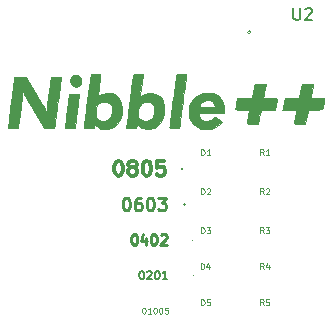
<source format=gto>
G04 #@! TF.GenerationSoftware,KiCad,Pcbnew,5.0.1*
G04 #@! TF.CreationDate,2019-01-07T18:58:54+01:00*
G04 #@! TF.ProjectId,nibble++,6E6962626C652B2B2E6B696361645F70,rev?*
G04 #@! TF.SameCoordinates,Original*
G04 #@! TF.FileFunction,Legend,Top*
G04 #@! TF.FilePolarity,Positive*
%FSLAX46Y46*%
G04 Gerber Fmt 4.6, Leading zero omitted, Abs format (unit mm)*
G04 Created by KiCad (PCBNEW 5.0.1) date Mo 07 Jan 2019 18:58:54 CET*
%MOMM*%
%LPD*%
G01*
G04 APERTURE LIST*
%ADD10C,0.125000*%
%ADD11C,0.171875*%
%ADD12C,0.212500*%
%ADD13C,0.256250*%
%ADD14C,0.300000*%
%ADD15C,0.100000*%
%ADD16C,0.010000*%
%ADD17C,0.150000*%
G04 APERTURE END LIST*
D10*
X94752083Y-114726190D02*
X94799702Y-114726190D01*
X94847321Y-114750000D01*
X94871130Y-114773809D01*
X94894940Y-114821428D01*
X94918750Y-114916666D01*
X94918750Y-115035714D01*
X94894940Y-115130952D01*
X94871130Y-115178571D01*
X94847321Y-115202380D01*
X94799702Y-115226190D01*
X94752083Y-115226190D01*
X94704464Y-115202380D01*
X94680654Y-115178571D01*
X94656845Y-115130952D01*
X94633035Y-115035714D01*
X94633035Y-114916666D01*
X94656845Y-114821428D01*
X94680654Y-114773809D01*
X94704464Y-114750000D01*
X94752083Y-114726190D01*
X95394940Y-115226190D02*
X95109226Y-115226190D01*
X95252083Y-115226190D02*
X95252083Y-114726190D01*
X95204464Y-114797619D01*
X95156845Y-114845238D01*
X95109226Y-114869047D01*
X95704464Y-114726190D02*
X95752083Y-114726190D01*
X95799702Y-114750000D01*
X95823511Y-114773809D01*
X95847321Y-114821428D01*
X95871130Y-114916666D01*
X95871130Y-115035714D01*
X95847321Y-115130952D01*
X95823511Y-115178571D01*
X95799702Y-115202380D01*
X95752083Y-115226190D01*
X95704464Y-115226190D01*
X95656845Y-115202380D01*
X95633035Y-115178571D01*
X95609226Y-115130952D01*
X95585416Y-115035714D01*
X95585416Y-114916666D01*
X95609226Y-114821428D01*
X95633035Y-114773809D01*
X95656845Y-114750000D01*
X95704464Y-114726190D01*
X96180654Y-114726190D02*
X96228273Y-114726190D01*
X96275892Y-114750000D01*
X96299702Y-114773809D01*
X96323511Y-114821428D01*
X96347321Y-114916666D01*
X96347321Y-115035714D01*
X96323511Y-115130952D01*
X96299702Y-115178571D01*
X96275892Y-115202380D01*
X96228273Y-115226190D01*
X96180654Y-115226190D01*
X96133035Y-115202380D01*
X96109226Y-115178571D01*
X96085416Y-115130952D01*
X96061607Y-115035714D01*
X96061607Y-114916666D01*
X96085416Y-114821428D01*
X96109226Y-114773809D01*
X96133035Y-114750000D01*
X96180654Y-114726190D01*
X96799702Y-114726190D02*
X96561607Y-114726190D01*
X96537797Y-114964285D01*
X96561607Y-114940476D01*
X96609226Y-114916666D01*
X96728273Y-114916666D01*
X96775892Y-114940476D01*
X96799702Y-114964285D01*
X96823511Y-115011904D01*
X96823511Y-115130952D01*
X96799702Y-115178571D01*
X96775892Y-115202380D01*
X96728273Y-115226190D01*
X96609226Y-115226190D01*
X96561607Y-115202380D01*
X96537797Y-115178571D01*
D11*
X94563876Y-111623511D02*
X94629352Y-111623511D01*
X94694828Y-111656250D01*
X94727566Y-111688988D01*
X94760305Y-111754464D01*
X94793043Y-111885416D01*
X94793043Y-112049107D01*
X94760305Y-112180059D01*
X94727566Y-112245535D01*
X94694828Y-112278273D01*
X94629352Y-112311011D01*
X94563876Y-112311011D01*
X94498400Y-112278273D01*
X94465662Y-112245535D01*
X94432924Y-112180059D01*
X94400186Y-112049107D01*
X94400186Y-111885416D01*
X94432924Y-111754464D01*
X94465662Y-111688988D01*
X94498400Y-111656250D01*
X94563876Y-111623511D01*
X95054947Y-111688988D02*
X95087686Y-111656250D01*
X95153162Y-111623511D01*
X95316852Y-111623511D01*
X95382328Y-111656250D01*
X95415066Y-111688988D01*
X95447805Y-111754464D01*
X95447805Y-111819940D01*
X95415066Y-111918154D01*
X95022209Y-112311011D01*
X95447805Y-112311011D01*
X95873400Y-111623511D02*
X95938876Y-111623511D01*
X96004352Y-111656250D01*
X96037090Y-111688988D01*
X96069828Y-111754464D01*
X96102566Y-111885416D01*
X96102566Y-112049107D01*
X96069828Y-112180059D01*
X96037090Y-112245535D01*
X96004352Y-112278273D01*
X95938876Y-112311011D01*
X95873400Y-112311011D01*
X95807924Y-112278273D01*
X95775186Y-112245535D01*
X95742447Y-112180059D01*
X95709709Y-112049107D01*
X95709709Y-111885416D01*
X95742447Y-111754464D01*
X95775186Y-111688988D01*
X95807924Y-111656250D01*
X95873400Y-111623511D01*
X96757328Y-112311011D02*
X96364471Y-112311011D01*
X96560900Y-112311011D02*
X96560900Y-111623511D01*
X96495424Y-111721726D01*
X96429947Y-111787202D01*
X96364471Y-111819940D01*
D12*
X93903541Y-108520833D02*
X93986875Y-108520833D01*
X94070208Y-108562500D01*
X94111875Y-108604166D01*
X94153541Y-108687500D01*
X94195208Y-108854166D01*
X94195208Y-109062500D01*
X94153541Y-109229166D01*
X94111875Y-109312500D01*
X94070208Y-109354166D01*
X93986875Y-109395833D01*
X93903541Y-109395833D01*
X93820208Y-109354166D01*
X93778541Y-109312500D01*
X93736875Y-109229166D01*
X93695208Y-109062500D01*
X93695208Y-108854166D01*
X93736875Y-108687500D01*
X93778541Y-108604166D01*
X93820208Y-108562500D01*
X93903541Y-108520833D01*
X94945208Y-108812500D02*
X94945208Y-109395833D01*
X94736875Y-108479166D02*
X94528541Y-109104166D01*
X95070208Y-109104166D01*
X95570208Y-108520833D02*
X95653541Y-108520833D01*
X95736875Y-108562500D01*
X95778541Y-108604166D01*
X95820208Y-108687500D01*
X95861875Y-108854166D01*
X95861875Y-109062500D01*
X95820208Y-109229166D01*
X95778541Y-109312500D01*
X95736875Y-109354166D01*
X95653541Y-109395833D01*
X95570208Y-109395833D01*
X95486875Y-109354166D01*
X95445208Y-109312500D01*
X95403541Y-109229166D01*
X95361875Y-109062500D01*
X95361875Y-108854166D01*
X95403541Y-108687500D01*
X95445208Y-108604166D01*
X95486875Y-108562500D01*
X95570208Y-108520833D01*
X96195208Y-108604166D02*
X96236875Y-108562500D01*
X96320208Y-108520833D01*
X96528541Y-108520833D01*
X96611875Y-108562500D01*
X96653541Y-108604166D01*
X96695208Y-108687500D01*
X96695208Y-108770833D01*
X96653541Y-108895833D01*
X96153541Y-109395833D01*
X96695208Y-109395833D01*
D13*
X93241175Y-105418154D02*
X93342366Y-105418154D01*
X93443556Y-105468750D01*
X93494151Y-105519345D01*
X93544747Y-105620535D01*
X93595342Y-105822916D01*
X93595342Y-106075892D01*
X93544747Y-106278273D01*
X93494151Y-106379464D01*
X93443556Y-106430059D01*
X93342366Y-106480654D01*
X93241175Y-106480654D01*
X93139985Y-106430059D01*
X93089389Y-106379464D01*
X93038794Y-106278273D01*
X92988199Y-106075892D01*
X92988199Y-105822916D01*
X93038794Y-105620535D01*
X93089389Y-105519345D01*
X93139985Y-105468750D01*
X93241175Y-105418154D01*
X94506056Y-105418154D02*
X94303675Y-105418154D01*
X94202485Y-105468750D01*
X94151889Y-105519345D01*
X94050699Y-105671130D01*
X94000104Y-105873511D01*
X94000104Y-106278273D01*
X94050699Y-106379464D01*
X94101294Y-106430059D01*
X94202485Y-106480654D01*
X94404866Y-106480654D01*
X94506056Y-106430059D01*
X94556651Y-106379464D01*
X94607247Y-106278273D01*
X94607247Y-106025297D01*
X94556651Y-105924107D01*
X94506056Y-105873511D01*
X94404866Y-105822916D01*
X94202485Y-105822916D01*
X94101294Y-105873511D01*
X94050699Y-105924107D01*
X94000104Y-106025297D01*
X95264985Y-105418154D02*
X95366175Y-105418154D01*
X95467366Y-105468750D01*
X95517961Y-105519345D01*
X95568556Y-105620535D01*
X95619151Y-105822916D01*
X95619151Y-106075892D01*
X95568556Y-106278273D01*
X95517961Y-106379464D01*
X95467366Y-106430059D01*
X95366175Y-106480654D01*
X95264985Y-106480654D01*
X95163794Y-106430059D01*
X95113199Y-106379464D01*
X95062604Y-106278273D01*
X95012008Y-106075892D01*
X95012008Y-105822916D01*
X95062604Y-105620535D01*
X95113199Y-105519345D01*
X95163794Y-105468750D01*
X95264985Y-105418154D01*
X95973318Y-105418154D02*
X96631056Y-105418154D01*
X96276889Y-105822916D01*
X96428675Y-105822916D01*
X96529866Y-105873511D01*
X96580461Y-105924107D01*
X96631056Y-106025297D01*
X96631056Y-106278273D01*
X96580461Y-106379464D01*
X96529866Y-106430059D01*
X96428675Y-106480654D01*
X96125104Y-106480654D01*
X96023913Y-106430059D01*
X95973318Y-106379464D01*
D14*
X92578809Y-102315476D02*
X92697857Y-102315476D01*
X92816904Y-102375000D01*
X92876428Y-102434523D01*
X92935952Y-102553571D01*
X92995476Y-102791666D01*
X92995476Y-103089285D01*
X92935952Y-103327380D01*
X92876428Y-103446428D01*
X92816904Y-103505952D01*
X92697857Y-103565476D01*
X92578809Y-103565476D01*
X92459761Y-103505952D01*
X92400238Y-103446428D01*
X92340714Y-103327380D01*
X92281190Y-103089285D01*
X92281190Y-102791666D01*
X92340714Y-102553571D01*
X92400238Y-102434523D01*
X92459761Y-102375000D01*
X92578809Y-102315476D01*
X93709761Y-102851190D02*
X93590714Y-102791666D01*
X93531190Y-102732142D01*
X93471666Y-102613095D01*
X93471666Y-102553571D01*
X93531190Y-102434523D01*
X93590714Y-102375000D01*
X93709761Y-102315476D01*
X93947857Y-102315476D01*
X94066904Y-102375000D01*
X94126428Y-102434523D01*
X94185952Y-102553571D01*
X94185952Y-102613095D01*
X94126428Y-102732142D01*
X94066904Y-102791666D01*
X93947857Y-102851190D01*
X93709761Y-102851190D01*
X93590714Y-102910714D01*
X93531190Y-102970238D01*
X93471666Y-103089285D01*
X93471666Y-103327380D01*
X93531190Y-103446428D01*
X93590714Y-103505952D01*
X93709761Y-103565476D01*
X93947857Y-103565476D01*
X94066904Y-103505952D01*
X94126428Y-103446428D01*
X94185952Y-103327380D01*
X94185952Y-103089285D01*
X94126428Y-102970238D01*
X94066904Y-102910714D01*
X93947857Y-102851190D01*
X94959761Y-102315476D02*
X95078809Y-102315476D01*
X95197857Y-102375000D01*
X95257380Y-102434523D01*
X95316904Y-102553571D01*
X95376428Y-102791666D01*
X95376428Y-103089285D01*
X95316904Y-103327380D01*
X95257380Y-103446428D01*
X95197857Y-103505952D01*
X95078809Y-103565476D01*
X94959761Y-103565476D01*
X94840714Y-103505952D01*
X94781190Y-103446428D01*
X94721666Y-103327380D01*
X94662142Y-103089285D01*
X94662142Y-102791666D01*
X94721666Y-102553571D01*
X94781190Y-102434523D01*
X94840714Y-102375000D01*
X94959761Y-102315476D01*
X96507380Y-102315476D02*
X95912142Y-102315476D01*
X95852619Y-102910714D01*
X95912142Y-102851190D01*
X96031190Y-102791666D01*
X96328809Y-102791666D01*
X96447857Y-102851190D01*
X96507380Y-102910714D01*
X96566904Y-103029761D01*
X96566904Y-103327380D01*
X96507380Y-103446428D01*
X96447857Y-103505952D01*
X96328809Y-103565476D01*
X96031190Y-103565476D01*
X95912142Y-103505952D01*
X95852619Y-103446428D01*
D15*
G04 #@! TO.C,D3*
X98960000Y-109000000D02*
G75*
G03X98960000Y-109000000I-50000J0D01*
G01*
D16*
G04 #@! TO.C,G\002A\002A\002A*
G36*
X91099107Y-95070083D02*
X91092492Y-95147271D01*
X91075395Y-95293097D01*
X91049763Y-95492447D01*
X91017544Y-95730210D01*
X90980685Y-95991275D01*
X90977697Y-96012000D01*
X90941562Y-96265457D01*
X90910646Y-96488437D01*
X90886657Y-96668104D01*
X90871302Y-96791620D01*
X90866290Y-96846147D01*
X90866539Y-96847587D01*
X90901839Y-96831431D01*
X90980743Y-96778844D01*
X91015686Y-96753556D01*
X91278101Y-96610656D01*
X91576574Y-96536047D01*
X91838632Y-96530212D01*
X92141393Y-96592050D01*
X92398632Y-96721884D01*
X92607045Y-96914320D01*
X92763326Y-97163964D01*
X92864171Y-97465420D01*
X92906274Y-97813294D01*
X92886329Y-98202191D01*
X92882163Y-98233418D01*
X92797832Y-98602608D01*
X92657716Y-98923535D01*
X92467869Y-99190065D01*
X92234341Y-99396061D01*
X91963184Y-99535386D01*
X91660452Y-99601905D01*
X91527709Y-99606695D01*
X91373661Y-99598706D01*
X91238440Y-99582272D01*
X91183528Y-99570192D01*
X90986579Y-99489319D01*
X90781256Y-99358727D01*
X90712393Y-99306410D01*
X90556285Y-99184072D01*
X90529833Y-99504500D01*
X90117083Y-99516616D01*
X89926561Y-99520789D01*
X89805222Y-99518222D01*
X89737696Y-99506558D01*
X89708614Y-99483444D01*
X89702640Y-99453116D01*
X89707614Y-99397638D01*
X89722530Y-99266304D01*
X89746382Y-99067212D01*
X89778163Y-98808460D01*
X89816867Y-98498149D01*
X89851199Y-98225953D01*
X90682336Y-98225953D01*
X90703170Y-98436268D01*
X90754247Y-98607841D01*
X90788820Y-98667961D01*
X90950364Y-98821512D01*
X91151549Y-98907366D01*
X91376983Y-98922166D01*
X91611276Y-98862559D01*
X91634688Y-98852336D01*
X91827329Y-98720095D01*
X91966363Y-98524951D01*
X92049531Y-98271318D01*
X92074764Y-97991940D01*
X92044691Y-97728920D01*
X91955629Y-97523629D01*
X91810342Y-97379173D01*
X91611592Y-97298656D01*
X91442803Y-97282000D01*
X91191318Y-97317063D01*
X90987613Y-97421991D01*
X90832222Y-97596392D01*
X90737946Y-97800700D01*
X90693382Y-98004797D01*
X90682336Y-98225953D01*
X89851199Y-98225953D01*
X89861489Y-98144378D01*
X89911022Y-97755244D01*
X89964460Y-97338848D01*
X89986818Y-97165583D01*
X90272688Y-94953667D01*
X91101333Y-94953667D01*
X91099107Y-95070083D01*
X91099107Y-95070083D01*
G37*
X91099107Y-95070083D02*
X91092492Y-95147271D01*
X91075395Y-95293097D01*
X91049763Y-95492447D01*
X91017544Y-95730210D01*
X90980685Y-95991275D01*
X90977697Y-96012000D01*
X90941562Y-96265457D01*
X90910646Y-96488437D01*
X90886657Y-96668104D01*
X90871302Y-96791620D01*
X90866290Y-96846147D01*
X90866539Y-96847587D01*
X90901839Y-96831431D01*
X90980743Y-96778844D01*
X91015686Y-96753556D01*
X91278101Y-96610656D01*
X91576574Y-96536047D01*
X91838632Y-96530212D01*
X92141393Y-96592050D01*
X92398632Y-96721884D01*
X92607045Y-96914320D01*
X92763326Y-97163964D01*
X92864171Y-97465420D01*
X92906274Y-97813294D01*
X92886329Y-98202191D01*
X92882163Y-98233418D01*
X92797832Y-98602608D01*
X92657716Y-98923535D01*
X92467869Y-99190065D01*
X92234341Y-99396061D01*
X91963184Y-99535386D01*
X91660452Y-99601905D01*
X91527709Y-99606695D01*
X91373661Y-99598706D01*
X91238440Y-99582272D01*
X91183528Y-99570192D01*
X90986579Y-99489319D01*
X90781256Y-99358727D01*
X90712393Y-99306410D01*
X90556285Y-99184072D01*
X90529833Y-99504500D01*
X90117083Y-99516616D01*
X89926561Y-99520789D01*
X89805222Y-99518222D01*
X89737696Y-99506558D01*
X89708614Y-99483444D01*
X89702640Y-99453116D01*
X89707614Y-99397638D01*
X89722530Y-99266304D01*
X89746382Y-99067212D01*
X89778163Y-98808460D01*
X89816867Y-98498149D01*
X89851199Y-98225953D01*
X90682336Y-98225953D01*
X90703170Y-98436268D01*
X90754247Y-98607841D01*
X90788820Y-98667961D01*
X90950364Y-98821512D01*
X91151549Y-98907366D01*
X91376983Y-98922166D01*
X91611276Y-98862559D01*
X91634688Y-98852336D01*
X91827329Y-98720095D01*
X91966363Y-98524951D01*
X92049531Y-98271318D01*
X92074764Y-97991940D01*
X92044691Y-97728920D01*
X91955629Y-97523629D01*
X91810342Y-97379173D01*
X91611592Y-97298656D01*
X91442803Y-97282000D01*
X91191318Y-97317063D01*
X90987613Y-97421991D01*
X90832222Y-97596392D01*
X90737946Y-97800700D01*
X90693382Y-98004797D01*
X90682336Y-98225953D01*
X89851199Y-98225953D01*
X89861489Y-98144378D01*
X89911022Y-97755244D01*
X89964460Y-97338848D01*
X89986818Y-97165583D01*
X90272688Y-94953667D01*
X91101333Y-94953667D01*
X91099107Y-95070083D01*
G36*
X94454446Y-94952628D02*
X94588697Y-94960121D01*
X94676851Y-94974658D01*
X94699667Y-94990690D01*
X94693739Y-95057101D01*
X94677419Y-95188893D01*
X94652900Y-95371161D01*
X94622375Y-95589003D01*
X94588040Y-95827516D01*
X94552086Y-96071796D01*
X94516709Y-96306942D01*
X94484102Y-96518049D01*
X94456459Y-96690215D01*
X94435973Y-96808536D01*
X94424839Y-96858111D01*
X94424755Y-96858254D01*
X94443379Y-96857339D01*
X94515504Y-96816960D01*
X94616801Y-96751621D01*
X94874515Y-96609344D01*
X95131846Y-96537904D01*
X95419191Y-96529262D01*
X95449398Y-96531435D01*
X95744597Y-96594276D01*
X95999697Y-96729169D01*
X96207651Y-96930217D01*
X96361408Y-97191523D01*
X96414584Y-97338944D01*
X96452925Y-97535657D01*
X96472367Y-97782713D01*
X96472797Y-98047899D01*
X96454103Y-98299002D01*
X96418615Y-98494842D01*
X96301247Y-98812787D01*
X96133354Y-99092853D01*
X95925616Y-99322029D01*
X95688714Y-99487305D01*
X95557610Y-99543654D01*
X95281606Y-99602424D01*
X94993299Y-99602895D01*
X94724791Y-99546217D01*
X94636167Y-99510655D01*
X94485600Y-99430581D01*
X94343938Y-99339660D01*
X94290731Y-99298849D01*
X94156962Y-99185893D01*
X94099558Y-99525667D01*
X93703611Y-99525667D01*
X93529559Y-99522488D01*
X93390182Y-99513958D01*
X93305195Y-99501588D01*
X93288902Y-99493917D01*
X93290677Y-99447040D01*
X93302731Y-99324152D01*
X93324106Y-99133157D01*
X93353841Y-98881961D01*
X93390978Y-98578468D01*
X93434558Y-98230584D01*
X93455891Y-98063451D01*
X94278174Y-98063451D01*
X94282248Y-98244595D01*
X94282560Y-98251526D01*
X94294349Y-98430554D01*
X94314356Y-98549381D01*
X94349139Y-98632456D01*
X94403500Y-98702331D01*
X94592796Y-98850226D01*
X94810664Y-98921164D01*
X95046439Y-98913217D01*
X95232874Y-98852402D01*
X95403872Y-98731152D01*
X95535345Y-98552264D01*
X95623902Y-98334667D01*
X95666146Y-98097295D01*
X95658686Y-97859078D01*
X95598128Y-97638949D01*
X95482873Y-97457789D01*
X95405706Y-97378078D01*
X95338806Y-97331905D01*
X95255439Y-97310122D01*
X95128870Y-97303581D01*
X95031003Y-97303167D01*
X94809965Y-97316118D01*
X94648895Y-97363710D01*
X94525876Y-97459049D01*
X94418993Y-97615243D01*
X94377769Y-97693842D01*
X94320386Y-97820573D01*
X94289037Y-97932943D01*
X94278174Y-98063451D01*
X93455891Y-98063451D01*
X93483621Y-97846215D01*
X93537209Y-97433266D01*
X93559830Y-97260833D01*
X93615412Y-96837732D01*
X93667557Y-96439364D01*
X93715231Y-96073738D01*
X93757397Y-95748863D01*
X93793021Y-95472748D01*
X93821066Y-95253400D01*
X93840499Y-95098830D01*
X93850282Y-95017046D01*
X93851260Y-95006583D01*
X93890485Y-94984957D01*
X93992118Y-94968342D01*
X94134456Y-94957145D01*
X94295799Y-94951772D01*
X94454446Y-94952628D01*
X94454446Y-94952628D01*
G37*
X94454446Y-94952628D02*
X94588697Y-94960121D01*
X94676851Y-94974658D01*
X94699667Y-94990690D01*
X94693739Y-95057101D01*
X94677419Y-95188893D01*
X94652900Y-95371161D01*
X94622375Y-95589003D01*
X94588040Y-95827516D01*
X94552086Y-96071796D01*
X94516709Y-96306942D01*
X94484102Y-96518049D01*
X94456459Y-96690215D01*
X94435973Y-96808536D01*
X94424839Y-96858111D01*
X94424755Y-96858254D01*
X94443379Y-96857339D01*
X94515504Y-96816960D01*
X94616801Y-96751621D01*
X94874515Y-96609344D01*
X95131846Y-96537904D01*
X95419191Y-96529262D01*
X95449398Y-96531435D01*
X95744597Y-96594276D01*
X95999697Y-96729169D01*
X96207651Y-96930217D01*
X96361408Y-97191523D01*
X96414584Y-97338944D01*
X96452925Y-97535657D01*
X96472367Y-97782713D01*
X96472797Y-98047899D01*
X96454103Y-98299002D01*
X96418615Y-98494842D01*
X96301247Y-98812787D01*
X96133354Y-99092853D01*
X95925616Y-99322029D01*
X95688714Y-99487305D01*
X95557610Y-99543654D01*
X95281606Y-99602424D01*
X94993299Y-99602895D01*
X94724791Y-99546217D01*
X94636167Y-99510655D01*
X94485600Y-99430581D01*
X94343938Y-99339660D01*
X94290731Y-99298849D01*
X94156962Y-99185893D01*
X94099558Y-99525667D01*
X93703611Y-99525667D01*
X93529559Y-99522488D01*
X93390182Y-99513958D01*
X93305195Y-99501588D01*
X93288902Y-99493917D01*
X93290677Y-99447040D01*
X93302731Y-99324152D01*
X93324106Y-99133157D01*
X93353841Y-98881961D01*
X93390978Y-98578468D01*
X93434558Y-98230584D01*
X93455891Y-98063451D01*
X94278174Y-98063451D01*
X94282248Y-98244595D01*
X94282560Y-98251526D01*
X94294349Y-98430554D01*
X94314356Y-98549381D01*
X94349139Y-98632456D01*
X94403500Y-98702331D01*
X94592796Y-98850226D01*
X94810664Y-98921164D01*
X95046439Y-98913217D01*
X95232874Y-98852402D01*
X95403872Y-98731152D01*
X95535345Y-98552264D01*
X95623902Y-98334667D01*
X95666146Y-98097295D01*
X95658686Y-97859078D01*
X95598128Y-97638949D01*
X95482873Y-97457789D01*
X95405706Y-97378078D01*
X95338806Y-97331905D01*
X95255439Y-97310122D01*
X95128870Y-97303581D01*
X95031003Y-97303167D01*
X94809965Y-97316118D01*
X94648895Y-97363710D01*
X94525876Y-97459049D01*
X94418993Y-97615243D01*
X94377769Y-97693842D01*
X94320386Y-97820573D01*
X94289037Y-97932943D01*
X94278174Y-98063451D01*
X93455891Y-98063451D01*
X93483621Y-97846215D01*
X93537209Y-97433266D01*
X93559830Y-97260833D01*
X93615412Y-96837732D01*
X93667557Y-96439364D01*
X93715231Y-96073738D01*
X93757397Y-95748863D01*
X93793021Y-95472748D01*
X93821066Y-95253400D01*
X93840499Y-95098830D01*
X93850282Y-95017046D01*
X93851260Y-95006583D01*
X93890485Y-94984957D01*
X93992118Y-94968342D01*
X94134456Y-94957145D01*
X94295799Y-94951772D01*
X94454446Y-94952628D01*
G36*
X100396144Y-96544620D02*
X100552750Y-96557626D01*
X100676651Y-96584149D01*
X100793735Y-96628156D01*
X100816833Y-96638585D01*
X101094972Y-96810183D01*
X101312414Y-97040307D01*
X101411019Y-97202047D01*
X101485013Y-97388118D01*
X101545289Y-97615546D01*
X101584461Y-97848198D01*
X101595140Y-98049942D01*
X101592598Y-98090228D01*
X101578833Y-98234500D01*
X100488750Y-98245798D01*
X100157267Y-98249453D01*
X99900827Y-98253271D01*
X99709809Y-98258104D01*
X99574591Y-98264805D01*
X99485552Y-98274227D01*
X99433071Y-98287223D01*
X99407526Y-98304646D01*
X99399297Y-98327347D01*
X99398667Y-98342408D01*
X99433382Y-98509505D01*
X99523000Y-98673386D01*
X99645731Y-98795262D01*
X99657155Y-98802541D01*
X99891437Y-98898644D01*
X100136477Y-98915799D01*
X100377085Y-98855652D01*
X100598073Y-98719849D01*
X100623280Y-98697889D01*
X100722121Y-98614826D01*
X100797707Y-98562479D01*
X100821964Y-98553027D01*
X100868843Y-98580054D01*
X100960279Y-98650914D01*
X101078784Y-98751828D01*
X101113167Y-98782453D01*
X101367167Y-99010852D01*
X101203172Y-99180165D01*
X100963851Y-99374637D01*
X100679183Y-99507397D01*
X100341490Y-99581407D01*
X100118333Y-99598579D01*
X99887718Y-99600957D01*
X99712729Y-99587862D01*
X99565263Y-99556371D01*
X99496026Y-99533872D01*
X99180511Y-99381038D01*
X98926107Y-99172536D01*
X98736257Y-98914690D01*
X98614405Y-98613823D01*
X98563996Y-98276260D01*
X98588474Y-97908325D01*
X98593854Y-97877307D01*
X98630876Y-97747667D01*
X99445404Y-97747667D01*
X100797280Y-97747667D01*
X100769108Y-97631250D01*
X100719388Y-97461025D01*
X100660301Y-97348906D01*
X100575920Y-97268584D01*
X100532138Y-97239844D01*
X100334254Y-97165359D01*
X100118771Y-97159668D01*
X99905234Y-97215484D01*
X99713189Y-97325517D01*
X99562181Y-97482479D01*
X99486501Y-97629776D01*
X99445404Y-97747667D01*
X98630876Y-97747667D01*
X98699335Y-97507947D01*
X98871607Y-97189133D01*
X99108584Y-96923703D01*
X99408182Y-96714491D01*
X99474619Y-96680044D01*
X99612448Y-96615398D01*
X99725888Y-96574637D01*
X99842652Y-96552312D01*
X99990455Y-96542973D01*
X100180943Y-96541167D01*
X100396144Y-96544620D01*
X100396144Y-96544620D01*
G37*
X100396144Y-96544620D02*
X100552750Y-96557626D01*
X100676651Y-96584149D01*
X100793735Y-96628156D01*
X100816833Y-96638585D01*
X101094972Y-96810183D01*
X101312414Y-97040307D01*
X101411019Y-97202047D01*
X101485013Y-97388118D01*
X101545289Y-97615546D01*
X101584461Y-97848198D01*
X101595140Y-98049942D01*
X101592598Y-98090228D01*
X101578833Y-98234500D01*
X100488750Y-98245798D01*
X100157267Y-98249453D01*
X99900827Y-98253271D01*
X99709809Y-98258104D01*
X99574591Y-98264805D01*
X99485552Y-98274227D01*
X99433071Y-98287223D01*
X99407526Y-98304646D01*
X99399297Y-98327347D01*
X99398667Y-98342408D01*
X99433382Y-98509505D01*
X99523000Y-98673386D01*
X99645731Y-98795262D01*
X99657155Y-98802541D01*
X99891437Y-98898644D01*
X100136477Y-98915799D01*
X100377085Y-98855652D01*
X100598073Y-98719849D01*
X100623280Y-98697889D01*
X100722121Y-98614826D01*
X100797707Y-98562479D01*
X100821964Y-98553027D01*
X100868843Y-98580054D01*
X100960279Y-98650914D01*
X101078784Y-98751828D01*
X101113167Y-98782453D01*
X101367167Y-99010852D01*
X101203172Y-99180165D01*
X100963851Y-99374637D01*
X100679183Y-99507397D01*
X100341490Y-99581407D01*
X100118333Y-99598579D01*
X99887718Y-99600957D01*
X99712729Y-99587862D01*
X99565263Y-99556371D01*
X99496026Y-99533872D01*
X99180511Y-99381038D01*
X98926107Y-99172536D01*
X98736257Y-98914690D01*
X98614405Y-98613823D01*
X98563996Y-98276260D01*
X98588474Y-97908325D01*
X98593854Y-97877307D01*
X98630876Y-97747667D01*
X99445404Y-97747667D01*
X100797280Y-97747667D01*
X100769108Y-97631250D01*
X100719388Y-97461025D01*
X100660301Y-97348906D01*
X100575920Y-97268584D01*
X100532138Y-97239844D01*
X100334254Y-97165359D01*
X100118771Y-97159668D01*
X99905234Y-97215484D01*
X99713189Y-97325517D01*
X99562181Y-97482479D01*
X99486501Y-97629776D01*
X99445404Y-97747667D01*
X98630876Y-97747667D01*
X98699335Y-97507947D01*
X98871607Y-97189133D01*
X99108584Y-96923703D01*
X99408182Y-96714491D01*
X99474619Y-96680044D01*
X99612448Y-96615398D01*
X99725888Y-96574637D01*
X99842652Y-96552312D01*
X99990455Y-96542973D01*
X100180943Y-96541167D01*
X100396144Y-96544620D01*
G36*
X85547214Y-96488250D02*
X85729968Y-96795733D01*
X85902611Y-97088317D01*
X86059350Y-97356024D01*
X86194393Y-97588878D01*
X86301945Y-97776901D01*
X86376214Y-97910116D01*
X86407332Y-97969599D01*
X86473328Y-98086251D01*
X86521581Y-98121979D01*
X86553069Y-98076063D01*
X86568771Y-97947786D01*
X86571018Y-97849378D01*
X86576647Y-97759976D01*
X86592050Y-97600858D01*
X86615453Y-97386185D01*
X86645082Y-97130115D01*
X86679162Y-96846809D01*
X86715920Y-96550426D01*
X86753579Y-96255126D01*
X86790367Y-95975068D01*
X86824509Y-95724413D01*
X86854229Y-95517321D01*
X86877755Y-95367950D01*
X86890128Y-95302917D01*
X86904741Y-95259558D01*
X86935448Y-95231845D01*
X86998524Y-95216289D01*
X87110245Y-95209402D01*
X87286884Y-95207694D01*
X87334473Y-95207667D01*
X87511997Y-95209654D01*
X87652769Y-95215012D01*
X87738852Y-95222834D01*
X87757000Y-95229011D01*
X87751509Y-95282027D01*
X87735914Y-95408572D01*
X87711534Y-95598859D01*
X87679686Y-95843095D01*
X87641688Y-96131492D01*
X87598859Y-96454261D01*
X87552515Y-96801609D01*
X87503976Y-97163750D01*
X87454559Y-97530891D01*
X87405582Y-97893244D01*
X87358362Y-98241018D01*
X87314219Y-98564424D01*
X87274469Y-98853672D01*
X87240432Y-99098972D01*
X87213423Y-99290534D01*
X87194763Y-99418568D01*
X87185768Y-99473285D01*
X87185492Y-99474239D01*
X87151704Y-99500138D01*
X87065745Y-99514878D01*
X86916238Y-99519536D01*
X86737786Y-99516572D01*
X86309724Y-99504500D01*
X85567843Y-98255667D01*
X85384338Y-97945838D01*
X85207632Y-97645747D01*
X85044235Y-97366581D01*
X84900658Y-97119525D01*
X84783413Y-96915768D01*
X84699009Y-96766496D01*
X84665774Y-96705741D01*
X84586499Y-96558887D01*
X84537182Y-96478417D01*
X84508609Y-96455654D01*
X84491563Y-96481922D01*
X84480293Y-96531116D01*
X84465070Y-96650319D01*
X84455838Y-96805388D01*
X84454609Y-96874542D01*
X84448835Y-96966794D01*
X84432890Y-97124011D01*
X84408539Y-97333411D01*
X84377550Y-97582214D01*
X84341686Y-97857639D01*
X84302715Y-98146904D01*
X84262401Y-98437230D01*
X84222510Y-98715836D01*
X84184808Y-98969941D01*
X84151061Y-99186763D01*
X84123034Y-99353524D01*
X84102493Y-99457440D01*
X84093921Y-99485349D01*
X84041627Y-99506972D01*
X83931163Y-99520760D01*
X83784592Y-99527054D01*
X83623974Y-99526194D01*
X83471372Y-99518519D01*
X83348847Y-99504370D01*
X83278462Y-99484087D01*
X83269667Y-99472639D01*
X83275058Y-99421335D01*
X83290526Y-99294342D01*
X83315010Y-99099902D01*
X83347448Y-98846258D01*
X83386782Y-98541652D01*
X83431950Y-98194325D01*
X83481891Y-97812521D01*
X83535546Y-97404481D01*
X83544833Y-97334061D01*
X83598917Y-96923751D01*
X83649479Y-96539385D01*
X83695464Y-96189039D01*
X83735819Y-95880786D01*
X83769486Y-95622702D01*
X83795412Y-95422863D01*
X83812541Y-95289342D01*
X83819818Y-95230215D01*
X83820000Y-95228089D01*
X83859531Y-95220009D01*
X83966924Y-95213439D01*
X84125377Y-95209091D01*
X84301663Y-95207667D01*
X84783327Y-95207667D01*
X85547214Y-96488250D01*
X85547214Y-96488250D01*
G37*
X85547214Y-96488250D02*
X85729968Y-96795733D01*
X85902611Y-97088317D01*
X86059350Y-97356024D01*
X86194393Y-97588878D01*
X86301945Y-97776901D01*
X86376214Y-97910116D01*
X86407332Y-97969599D01*
X86473328Y-98086251D01*
X86521581Y-98121979D01*
X86553069Y-98076063D01*
X86568771Y-97947786D01*
X86571018Y-97849378D01*
X86576647Y-97759976D01*
X86592050Y-97600858D01*
X86615453Y-97386185D01*
X86645082Y-97130115D01*
X86679162Y-96846809D01*
X86715920Y-96550426D01*
X86753579Y-96255126D01*
X86790367Y-95975068D01*
X86824509Y-95724413D01*
X86854229Y-95517321D01*
X86877755Y-95367950D01*
X86890128Y-95302917D01*
X86904741Y-95259558D01*
X86935448Y-95231845D01*
X86998524Y-95216289D01*
X87110245Y-95209402D01*
X87286884Y-95207694D01*
X87334473Y-95207667D01*
X87511997Y-95209654D01*
X87652769Y-95215012D01*
X87738852Y-95222834D01*
X87757000Y-95229011D01*
X87751509Y-95282027D01*
X87735914Y-95408572D01*
X87711534Y-95598859D01*
X87679686Y-95843095D01*
X87641688Y-96131492D01*
X87598859Y-96454261D01*
X87552515Y-96801609D01*
X87503976Y-97163750D01*
X87454559Y-97530891D01*
X87405582Y-97893244D01*
X87358362Y-98241018D01*
X87314219Y-98564424D01*
X87274469Y-98853672D01*
X87240432Y-99098972D01*
X87213423Y-99290534D01*
X87194763Y-99418568D01*
X87185768Y-99473285D01*
X87185492Y-99474239D01*
X87151704Y-99500138D01*
X87065745Y-99514878D01*
X86916238Y-99519536D01*
X86737786Y-99516572D01*
X86309724Y-99504500D01*
X85567843Y-98255667D01*
X85384338Y-97945838D01*
X85207632Y-97645747D01*
X85044235Y-97366581D01*
X84900658Y-97119525D01*
X84783413Y-96915768D01*
X84699009Y-96766496D01*
X84665774Y-96705741D01*
X84586499Y-96558887D01*
X84537182Y-96478417D01*
X84508609Y-96455654D01*
X84491563Y-96481922D01*
X84480293Y-96531116D01*
X84465070Y-96650319D01*
X84455838Y-96805388D01*
X84454609Y-96874542D01*
X84448835Y-96966794D01*
X84432890Y-97124011D01*
X84408539Y-97333411D01*
X84377550Y-97582214D01*
X84341686Y-97857639D01*
X84302715Y-98146904D01*
X84262401Y-98437230D01*
X84222510Y-98715836D01*
X84184808Y-98969941D01*
X84151061Y-99186763D01*
X84123034Y-99353524D01*
X84102493Y-99457440D01*
X84093921Y-99485349D01*
X84041627Y-99506972D01*
X83931163Y-99520760D01*
X83784592Y-99527054D01*
X83623974Y-99526194D01*
X83471372Y-99518519D01*
X83348847Y-99504370D01*
X83278462Y-99484087D01*
X83269667Y-99472639D01*
X83275058Y-99421335D01*
X83290526Y-99294342D01*
X83315010Y-99099902D01*
X83347448Y-98846258D01*
X83386782Y-98541652D01*
X83431950Y-98194325D01*
X83481891Y-97812521D01*
X83535546Y-97404481D01*
X83544833Y-97334061D01*
X83598917Y-96923751D01*
X83649479Y-96539385D01*
X83695464Y-96189039D01*
X83735819Y-95880786D01*
X83769486Y-95622702D01*
X83795412Y-95422863D01*
X83812541Y-95289342D01*
X83819818Y-95230215D01*
X83820000Y-95228089D01*
X83859531Y-95220009D01*
X83966924Y-95213439D01*
X84125377Y-95209091D01*
X84301663Y-95207667D01*
X84783327Y-95207667D01*
X85547214Y-96488250D01*
G36*
X89177705Y-96610249D02*
X89244590Y-96620819D01*
X89273757Y-96643880D01*
X89280843Y-96682647D01*
X89281000Y-96698624D01*
X89275680Y-96765899D01*
X89260790Y-96902891D01*
X89237937Y-97097184D01*
X89208729Y-97336365D01*
X89174770Y-97608020D01*
X89137669Y-97899735D01*
X89099031Y-98199096D01*
X89060463Y-98493690D01*
X89023573Y-98771101D01*
X88989965Y-99018916D01*
X88961248Y-99224721D01*
X88939027Y-99376103D01*
X88924910Y-99460647D01*
X88921974Y-99472750D01*
X88879162Y-99500388D01*
X88769943Y-99517522D01*
X88586777Y-99525098D01*
X88499162Y-99525667D01*
X88095667Y-99525667D01*
X88098485Y-99409250D01*
X88104633Y-99339544D01*
X88120721Y-99197087D01*
X88145363Y-98993035D01*
X88177177Y-98738542D01*
X88214777Y-98444764D01*
X88256779Y-98122857D01*
X88278402Y-97959333D01*
X88455500Y-96625833D01*
X88868250Y-96613717D01*
X89057470Y-96608954D01*
X89177705Y-96610249D01*
X89177705Y-96610249D01*
G37*
X89177705Y-96610249D02*
X89244590Y-96620819D01*
X89273757Y-96643880D01*
X89280843Y-96682647D01*
X89281000Y-96698624D01*
X89275680Y-96765899D01*
X89260790Y-96902891D01*
X89237937Y-97097184D01*
X89208729Y-97336365D01*
X89174770Y-97608020D01*
X89137669Y-97899735D01*
X89099031Y-98199096D01*
X89060463Y-98493690D01*
X89023573Y-98771101D01*
X88989965Y-99018916D01*
X88961248Y-99224721D01*
X88939027Y-99376103D01*
X88924910Y-99460647D01*
X88921974Y-99472750D01*
X88879162Y-99500388D01*
X88769943Y-99517522D01*
X88586777Y-99525098D01*
X88499162Y-99525667D01*
X88095667Y-99525667D01*
X88098485Y-99409250D01*
X88104633Y-99339544D01*
X88120721Y-99197087D01*
X88145363Y-98993035D01*
X88177177Y-98738542D01*
X88214777Y-98444764D01*
X88256779Y-98122857D01*
X88278402Y-97959333D01*
X88455500Y-96625833D01*
X88868250Y-96613717D01*
X89057470Y-96608954D01*
X89177705Y-96610249D01*
G36*
X98359750Y-95070083D02*
X98350322Y-95134076D01*
X98331160Y-95273529D01*
X98303390Y-95479935D01*
X98268142Y-95744787D01*
X98226540Y-96059579D01*
X98179713Y-96415803D01*
X98128788Y-96804952D01*
X98074891Y-97218519D01*
X98063886Y-97303167D01*
X98009738Y-97718009D01*
X97958370Y-98108015D01*
X97910893Y-98464999D01*
X97868417Y-98780780D01*
X97832052Y-99047174D01*
X97802908Y-99255998D01*
X97782095Y-99399069D01*
X97770723Y-99468203D01*
X97769573Y-99472750D01*
X97726824Y-99500383D01*
X97617698Y-99517517D01*
X97434646Y-99525095D01*
X97346828Y-99525667D01*
X97157721Y-99523894D01*
X97038080Y-99516781D01*
X96972746Y-99501632D01*
X96946560Y-99475755D01*
X96943333Y-99453956D01*
X96948701Y-99397436D01*
X96963959Y-99266758D01*
X96987836Y-99071694D01*
X97019061Y-98822014D01*
X97056364Y-98527488D01*
X97098474Y-98197889D01*
X97144121Y-97842985D01*
X97192033Y-97472549D01*
X97240941Y-97096350D01*
X97289574Y-96724160D01*
X97336661Y-96365749D01*
X97380931Y-96030887D01*
X97421115Y-95729346D01*
X97455941Y-95470896D01*
X97484139Y-95265308D01*
X97504438Y-95122353D01*
X97515568Y-95051801D01*
X97516169Y-95048917D01*
X97530621Y-95005515D01*
X97561234Y-94977794D01*
X97624290Y-94962250D01*
X97736073Y-94955384D01*
X97912863Y-94953692D01*
X97959081Y-94953667D01*
X98380550Y-94953667D01*
X98359750Y-95070083D01*
X98359750Y-95070083D01*
G37*
X98359750Y-95070083D02*
X98350322Y-95134076D01*
X98331160Y-95273529D01*
X98303390Y-95479935D01*
X98268142Y-95744787D01*
X98226540Y-96059579D01*
X98179713Y-96415803D01*
X98128788Y-96804952D01*
X98074891Y-97218519D01*
X98063886Y-97303167D01*
X98009738Y-97718009D01*
X97958370Y-98108015D01*
X97910893Y-98464999D01*
X97868417Y-98780780D01*
X97832052Y-99047174D01*
X97802908Y-99255998D01*
X97782095Y-99399069D01*
X97770723Y-99468203D01*
X97769573Y-99472750D01*
X97726824Y-99500383D01*
X97617698Y-99517517D01*
X97434646Y-99525095D01*
X97346828Y-99525667D01*
X97157721Y-99523894D01*
X97038080Y-99516781D01*
X96972746Y-99501632D01*
X96946560Y-99475755D01*
X96943333Y-99453956D01*
X96948701Y-99397436D01*
X96963959Y-99266758D01*
X96987836Y-99071694D01*
X97019061Y-98822014D01*
X97056364Y-98527488D01*
X97098474Y-98197889D01*
X97144121Y-97842985D01*
X97192033Y-97472549D01*
X97240941Y-97096350D01*
X97289574Y-96724160D01*
X97336661Y-96365749D01*
X97380931Y-96030887D01*
X97421115Y-95729346D01*
X97455941Y-95470896D01*
X97484139Y-95265308D01*
X97504438Y-95122353D01*
X97515568Y-95051801D01*
X97516169Y-95048917D01*
X97530621Y-95005515D01*
X97561234Y-94977794D01*
X97624290Y-94962250D01*
X97736073Y-94955384D01*
X97912863Y-94953692D01*
X97959081Y-94953667D01*
X98380550Y-94953667D01*
X98359750Y-95070083D01*
G36*
X104841804Y-95759051D02*
X104979726Y-95763632D01*
X105059914Y-95773885D01*
X105095830Y-95791955D01*
X105100934Y-95819983D01*
X105098064Y-95832083D01*
X105081655Y-95902291D01*
X105053642Y-96035320D01*
X105018227Y-96210813D01*
X104986667Y-96371833D01*
X104948320Y-96566934D01*
X104913936Y-96736233D01*
X104887716Y-96859375D01*
X104875269Y-96911583D01*
X104873073Y-96940887D01*
X104894429Y-96961286D01*
X104951671Y-96974372D01*
X105057132Y-96981737D01*
X105223145Y-96984971D01*
X105449480Y-96985667D01*
X105692303Y-96987176D01*
X105861877Y-96992453D01*
X105969583Y-97002623D01*
X106026798Y-97018809D01*
X106044900Y-97042135D01*
X106045000Y-97044506D01*
X106036833Y-97109337D01*
X106014865Y-97235886D01*
X105982893Y-97403054D01*
X105960333Y-97514833D01*
X105924526Y-97690417D01*
X105896217Y-97832201D01*
X105879077Y-97921620D01*
X105875667Y-97942827D01*
X105835831Y-97948699D01*
X105726315Y-97953651D01*
X105562102Y-97957273D01*
X105358175Y-97959158D01*
X105270041Y-97959333D01*
X104664416Y-97959333D01*
X104589669Y-98350917D01*
X104550858Y-98551683D01*
X104512299Y-98746853D01*
X104480532Y-98903472D01*
X104472120Y-98943583D01*
X104429317Y-99144667D01*
X103945185Y-99144667D01*
X103737299Y-99144129D01*
X103600303Y-99140624D01*
X103520425Y-99131307D01*
X103483888Y-99113337D01*
X103476918Y-99083871D01*
X103483537Y-99049417D01*
X103500516Y-98971361D01*
X103529793Y-98830689D01*
X103567157Y-98647826D01*
X103605686Y-98456750D01*
X103705351Y-97959333D01*
X103125398Y-97959333D01*
X102912504Y-97957817D01*
X102731448Y-97953660D01*
X102598325Y-97947447D01*
X102529226Y-97939766D01*
X102523522Y-97937411D01*
X102522449Y-97889526D01*
X102536413Y-97776655D01*
X102562838Y-97616629D01*
X102592311Y-97461161D01*
X102683023Y-97006833D01*
X103293237Y-96985667D01*
X103903450Y-96964500D01*
X103979293Y-96583500D01*
X104019785Y-96380774D01*
X104060241Y-96179379D01*
X104093464Y-96015104D01*
X104100569Y-95980250D01*
X104146003Y-95758000D01*
X104632687Y-95758000D01*
X104841804Y-95759051D01*
X104841804Y-95759051D01*
G37*
X104841804Y-95759051D02*
X104979726Y-95763632D01*
X105059914Y-95773885D01*
X105095830Y-95791955D01*
X105100934Y-95819983D01*
X105098064Y-95832083D01*
X105081655Y-95902291D01*
X105053642Y-96035320D01*
X105018227Y-96210813D01*
X104986667Y-96371833D01*
X104948320Y-96566934D01*
X104913936Y-96736233D01*
X104887716Y-96859375D01*
X104875269Y-96911583D01*
X104873073Y-96940887D01*
X104894429Y-96961286D01*
X104951671Y-96974372D01*
X105057132Y-96981737D01*
X105223145Y-96984971D01*
X105449480Y-96985667D01*
X105692303Y-96987176D01*
X105861877Y-96992453D01*
X105969583Y-97002623D01*
X106026798Y-97018809D01*
X106044900Y-97042135D01*
X106045000Y-97044506D01*
X106036833Y-97109337D01*
X106014865Y-97235886D01*
X105982893Y-97403054D01*
X105960333Y-97514833D01*
X105924526Y-97690417D01*
X105896217Y-97832201D01*
X105879077Y-97921620D01*
X105875667Y-97942827D01*
X105835831Y-97948699D01*
X105726315Y-97953651D01*
X105562102Y-97957273D01*
X105358175Y-97959158D01*
X105270041Y-97959333D01*
X104664416Y-97959333D01*
X104589669Y-98350917D01*
X104550858Y-98551683D01*
X104512299Y-98746853D01*
X104480532Y-98903472D01*
X104472120Y-98943583D01*
X104429317Y-99144667D01*
X103945185Y-99144667D01*
X103737299Y-99144129D01*
X103600303Y-99140624D01*
X103520425Y-99131307D01*
X103483888Y-99113337D01*
X103476918Y-99083871D01*
X103483537Y-99049417D01*
X103500516Y-98971361D01*
X103529793Y-98830689D01*
X103567157Y-98647826D01*
X103605686Y-98456750D01*
X103705351Y-97959333D01*
X103125398Y-97959333D01*
X102912504Y-97957817D01*
X102731448Y-97953660D01*
X102598325Y-97947447D01*
X102529226Y-97939766D01*
X102523522Y-97937411D01*
X102522449Y-97889526D01*
X102536413Y-97776655D01*
X102562838Y-97616629D01*
X102592311Y-97461161D01*
X102683023Y-97006833D01*
X103293237Y-96985667D01*
X103903450Y-96964500D01*
X103979293Y-96583500D01*
X104019785Y-96380774D01*
X104060241Y-96179379D01*
X104093464Y-96015104D01*
X104100569Y-95980250D01*
X104146003Y-95758000D01*
X104632687Y-95758000D01*
X104841804Y-95759051D01*
G36*
X109029956Y-95778193D02*
X109074923Y-95825257D01*
X109084554Y-95913481D01*
X109065289Y-96054545D01*
X109023570Y-96260124D01*
X108987167Y-96435333D01*
X108946996Y-96633727D01*
X108913830Y-96799726D01*
X108890895Y-96917019D01*
X108881417Y-96969301D01*
X108881333Y-96970321D01*
X108921141Y-96975836D01*
X109030468Y-96980472D01*
X109194165Y-96983836D01*
X109397087Y-96985537D01*
X109474000Y-96985667D01*
X109686996Y-96988197D01*
X109866035Y-96995146D01*
X109995970Y-97005550D01*
X110061657Y-97018449D01*
X110066667Y-97023340D01*
X110058072Y-97088726D01*
X110035454Y-97211389D01*
X110003561Y-97369227D01*
X109967143Y-97540135D01*
X109930948Y-97702011D01*
X109899725Y-97832751D01*
X109878224Y-97910252D01*
X109873859Y-97920734D01*
X109825065Y-97934731D01*
X109707673Y-97946464D01*
X109537739Y-97954917D01*
X109331324Y-97959075D01*
X109263343Y-97959333D01*
X108676682Y-97959333D01*
X108633880Y-98160417D01*
X108606095Y-98295420D01*
X108569200Y-98480676D01*
X108529729Y-98683228D01*
X108516330Y-98753083D01*
X108441584Y-99144667D01*
X107962958Y-99144667D01*
X107773046Y-99141652D01*
X107618797Y-99133465D01*
X107517065Y-99121391D01*
X107484333Y-99108155D01*
X107492365Y-99054802D01*
X107514282Y-98935716D01*
X107546815Y-98768077D01*
X107586696Y-98569061D01*
X107590167Y-98552000D01*
X107630501Y-98351186D01*
X107663755Y-98180349D01*
X107686658Y-98056668D01*
X107695943Y-97997320D01*
X107696000Y-97995845D01*
X107656185Y-97982770D01*
X107546798Y-97971768D01*
X107382926Y-97963760D01*
X107179657Y-97959669D01*
X107098744Y-97959333D01*
X106501488Y-97959333D01*
X106524631Y-97864083D01*
X106542599Y-97781222D01*
X106571198Y-97639677D01*
X106605513Y-97463988D01*
X106622095Y-97377250D01*
X106696416Y-96985667D01*
X107901664Y-96985667D01*
X107947097Y-96763417D01*
X107976964Y-96616171D01*
X108016103Y-96421663D01*
X108057321Y-96215681D01*
X108068385Y-96160167D01*
X108144239Y-95779167D01*
X108618620Y-95767197D01*
X108808245Y-95760840D01*
X108943210Y-95760613D01*
X109029956Y-95778193D01*
X109029956Y-95778193D01*
G37*
X109029956Y-95778193D02*
X109074923Y-95825257D01*
X109084554Y-95913481D01*
X109065289Y-96054545D01*
X109023570Y-96260124D01*
X108987167Y-96435333D01*
X108946996Y-96633727D01*
X108913830Y-96799726D01*
X108890895Y-96917019D01*
X108881417Y-96969301D01*
X108881333Y-96970321D01*
X108921141Y-96975836D01*
X109030468Y-96980472D01*
X109194165Y-96983836D01*
X109397087Y-96985537D01*
X109474000Y-96985667D01*
X109686996Y-96988197D01*
X109866035Y-96995146D01*
X109995970Y-97005550D01*
X110061657Y-97018449D01*
X110066667Y-97023340D01*
X110058072Y-97088726D01*
X110035454Y-97211389D01*
X110003561Y-97369227D01*
X109967143Y-97540135D01*
X109930948Y-97702011D01*
X109899725Y-97832751D01*
X109878224Y-97910252D01*
X109873859Y-97920734D01*
X109825065Y-97934731D01*
X109707673Y-97946464D01*
X109537739Y-97954917D01*
X109331324Y-97959075D01*
X109263343Y-97959333D01*
X108676682Y-97959333D01*
X108633880Y-98160417D01*
X108606095Y-98295420D01*
X108569200Y-98480676D01*
X108529729Y-98683228D01*
X108516330Y-98753083D01*
X108441584Y-99144667D01*
X107962958Y-99144667D01*
X107773046Y-99141652D01*
X107618797Y-99133465D01*
X107517065Y-99121391D01*
X107484333Y-99108155D01*
X107492365Y-99054802D01*
X107514282Y-98935716D01*
X107546815Y-98768077D01*
X107586696Y-98569061D01*
X107590167Y-98552000D01*
X107630501Y-98351186D01*
X107663755Y-98180349D01*
X107686658Y-98056668D01*
X107695943Y-97997320D01*
X107696000Y-97995845D01*
X107656185Y-97982770D01*
X107546798Y-97971768D01*
X107382926Y-97963760D01*
X107179657Y-97959669D01*
X107098744Y-97959333D01*
X106501488Y-97959333D01*
X106524631Y-97864083D01*
X106542599Y-97781222D01*
X106571198Y-97639677D01*
X106605513Y-97463988D01*
X106622095Y-97377250D01*
X106696416Y-96985667D01*
X107901664Y-96985667D01*
X107947097Y-96763417D01*
X107976964Y-96616171D01*
X108016103Y-96421663D01*
X108057321Y-96215681D01*
X108068385Y-96160167D01*
X108144239Y-95779167D01*
X108618620Y-95767197D01*
X108808245Y-95760840D01*
X108943210Y-95760613D01*
X109029956Y-95778193D01*
G36*
X89175841Y-95050335D02*
X89319505Y-95134473D01*
X89428639Y-95268904D01*
X89487093Y-95449500D01*
X89492667Y-95532862D01*
X89455208Y-95719002D01*
X89354440Y-95867991D01*
X89207780Y-95968182D01*
X89032641Y-96007933D01*
X88846438Y-95975599D01*
X88836500Y-95971613D01*
X88683446Y-95867337D01*
X88579401Y-95714573D01*
X88533364Y-95536809D01*
X88554335Y-95357531D01*
X88578905Y-95299285D01*
X88699180Y-95140965D01*
X88849529Y-95049453D01*
X89013799Y-95020619D01*
X89175841Y-95050335D01*
X89175841Y-95050335D01*
G37*
X89175841Y-95050335D02*
X89319505Y-95134473D01*
X89428639Y-95268904D01*
X89487093Y-95449500D01*
X89492667Y-95532862D01*
X89455208Y-95719002D01*
X89354440Y-95867991D01*
X89207780Y-95968182D01*
X89032641Y-96007933D01*
X88846438Y-95975599D01*
X88836500Y-95971613D01*
X88683446Y-95867337D01*
X88579401Y-95714573D01*
X88533364Y-95536809D01*
X88554335Y-95357531D01*
X88578905Y-95299285D01*
X88699180Y-95140965D01*
X88849529Y-95049453D01*
X89013799Y-95020619D01*
X89175841Y-95050335D01*
D15*
G04 #@! TO.C,D1*
X98100000Y-103000000D02*
G75*
G03X98100000Y-103000000I-100000J0D01*
G01*
G04 #@! TO.C,D2*
X98300000Y-106000000D02*
G75*
G03X98300000Y-106000000I-100000J0D01*
G01*
G04 #@! TO.C,D4*
X99014200Y-111988600D02*
G75*
G03X99014200Y-111988600I-50000J0D01*
G01*
G04 #@! TO.C,D5*
X99050000Y-115000000D02*
G75*
G03X99050000Y-115000000I-50000J0D01*
G01*
G04 #@! TO.C,U2*
X103845421Y-91416000D02*
G75*
G03X103845421Y-91416000I-141421J0D01*
G01*
G04 #@! TO.C,R2*
D10*
X104916666Y-105128190D02*
X104750000Y-104890095D01*
X104630952Y-105128190D02*
X104630952Y-104628190D01*
X104821428Y-104628190D01*
X104869047Y-104652000D01*
X104892857Y-104675809D01*
X104916666Y-104723428D01*
X104916666Y-104794857D01*
X104892857Y-104842476D01*
X104869047Y-104866285D01*
X104821428Y-104890095D01*
X104630952Y-104890095D01*
X105107142Y-104675809D02*
X105130952Y-104652000D01*
X105178571Y-104628190D01*
X105297619Y-104628190D01*
X105345238Y-104652000D01*
X105369047Y-104675809D01*
X105392857Y-104723428D01*
X105392857Y-104771047D01*
X105369047Y-104842476D01*
X105083333Y-105128190D01*
X105392857Y-105128190D01*
G04 #@! TO.C,R1*
X104916666Y-101826190D02*
X104750000Y-101588095D01*
X104630952Y-101826190D02*
X104630952Y-101326190D01*
X104821428Y-101326190D01*
X104869047Y-101350000D01*
X104892857Y-101373809D01*
X104916666Y-101421428D01*
X104916666Y-101492857D01*
X104892857Y-101540476D01*
X104869047Y-101564285D01*
X104821428Y-101588095D01*
X104630952Y-101588095D01*
X105392857Y-101826190D02*
X105107142Y-101826190D01*
X105250000Y-101826190D02*
X105250000Y-101326190D01*
X105202380Y-101397619D01*
X105154761Y-101445238D01*
X105107142Y-101469047D01*
G04 #@! TO.C,D3*
X99630952Y-108430190D02*
X99630952Y-107930190D01*
X99750000Y-107930190D01*
X99821428Y-107954000D01*
X99869047Y-108001619D01*
X99892857Y-108049238D01*
X99916666Y-108144476D01*
X99916666Y-108215904D01*
X99892857Y-108311142D01*
X99869047Y-108358761D01*
X99821428Y-108406380D01*
X99750000Y-108430190D01*
X99630952Y-108430190D01*
X100083333Y-107930190D02*
X100392857Y-107930190D01*
X100226190Y-108120666D01*
X100297619Y-108120666D01*
X100345238Y-108144476D01*
X100369047Y-108168285D01*
X100392857Y-108215904D01*
X100392857Y-108334952D01*
X100369047Y-108382571D01*
X100345238Y-108406380D01*
X100297619Y-108430190D01*
X100154761Y-108430190D01*
X100107142Y-108406380D01*
X100083333Y-108382571D01*
G04 #@! TO.C,R3*
X104916666Y-108430190D02*
X104750000Y-108192095D01*
X104630952Y-108430190D02*
X104630952Y-107930190D01*
X104821428Y-107930190D01*
X104869047Y-107954000D01*
X104892857Y-107977809D01*
X104916666Y-108025428D01*
X104916666Y-108096857D01*
X104892857Y-108144476D01*
X104869047Y-108168285D01*
X104821428Y-108192095D01*
X104630952Y-108192095D01*
X105083333Y-107930190D02*
X105392857Y-107930190D01*
X105226190Y-108120666D01*
X105297619Y-108120666D01*
X105345238Y-108144476D01*
X105369047Y-108168285D01*
X105392857Y-108215904D01*
X105392857Y-108334952D01*
X105369047Y-108382571D01*
X105345238Y-108406380D01*
X105297619Y-108430190D01*
X105154761Y-108430190D01*
X105107142Y-108406380D01*
X105083333Y-108382571D01*
G04 #@! TO.C,D1*
X99630952Y-101826190D02*
X99630952Y-101326190D01*
X99750000Y-101326190D01*
X99821428Y-101350000D01*
X99869047Y-101397619D01*
X99892857Y-101445238D01*
X99916666Y-101540476D01*
X99916666Y-101611904D01*
X99892857Y-101707142D01*
X99869047Y-101754761D01*
X99821428Y-101802380D01*
X99750000Y-101826190D01*
X99630952Y-101826190D01*
X100392857Y-101826190D02*
X100107142Y-101826190D01*
X100250000Y-101826190D02*
X100250000Y-101326190D01*
X100202380Y-101397619D01*
X100154761Y-101445238D01*
X100107142Y-101469047D01*
G04 #@! TO.C,D2*
X99630952Y-105128190D02*
X99630952Y-104628190D01*
X99750000Y-104628190D01*
X99821428Y-104652000D01*
X99869047Y-104699619D01*
X99892857Y-104747238D01*
X99916666Y-104842476D01*
X99916666Y-104913904D01*
X99892857Y-105009142D01*
X99869047Y-105056761D01*
X99821428Y-105104380D01*
X99750000Y-105128190D01*
X99630952Y-105128190D01*
X100107142Y-104675809D02*
X100130952Y-104652000D01*
X100178571Y-104628190D01*
X100297619Y-104628190D01*
X100345238Y-104652000D01*
X100369047Y-104675809D01*
X100392857Y-104723428D01*
X100392857Y-104771047D01*
X100369047Y-104842476D01*
X100083333Y-105128190D01*
X100392857Y-105128190D01*
G04 #@! TO.C,D4*
X99595152Y-111478190D02*
X99595152Y-110978190D01*
X99714200Y-110978190D01*
X99785628Y-111002000D01*
X99833247Y-111049619D01*
X99857057Y-111097238D01*
X99880866Y-111192476D01*
X99880866Y-111263904D01*
X99857057Y-111359142D01*
X99833247Y-111406761D01*
X99785628Y-111454380D01*
X99714200Y-111478190D01*
X99595152Y-111478190D01*
X100309438Y-111144857D02*
X100309438Y-111478190D01*
X100190390Y-110954380D02*
X100071342Y-111311523D01*
X100380866Y-111311523D01*
G04 #@! TO.C,D5*
X99630952Y-114526190D02*
X99630952Y-114026190D01*
X99750000Y-114026190D01*
X99821428Y-114050000D01*
X99869047Y-114097619D01*
X99892857Y-114145238D01*
X99916666Y-114240476D01*
X99916666Y-114311904D01*
X99892857Y-114407142D01*
X99869047Y-114454761D01*
X99821428Y-114502380D01*
X99750000Y-114526190D01*
X99630952Y-114526190D01*
X100369047Y-114026190D02*
X100130952Y-114026190D01*
X100107142Y-114264285D01*
X100130952Y-114240476D01*
X100178571Y-114216666D01*
X100297619Y-114216666D01*
X100345238Y-114240476D01*
X100369047Y-114264285D01*
X100392857Y-114311904D01*
X100392857Y-114430952D01*
X100369047Y-114478571D01*
X100345238Y-114502380D01*
X100297619Y-114526190D01*
X100178571Y-114526190D01*
X100130952Y-114502380D01*
X100107142Y-114478571D01*
G04 #@! TO.C,R4*
X104916666Y-111478190D02*
X104750000Y-111240095D01*
X104630952Y-111478190D02*
X104630952Y-110978190D01*
X104821428Y-110978190D01*
X104869047Y-111002000D01*
X104892857Y-111025809D01*
X104916666Y-111073428D01*
X104916666Y-111144857D01*
X104892857Y-111192476D01*
X104869047Y-111216285D01*
X104821428Y-111240095D01*
X104630952Y-111240095D01*
X105345238Y-111144857D02*
X105345238Y-111478190D01*
X105226190Y-110954380D02*
X105107142Y-111311523D01*
X105416666Y-111311523D01*
G04 #@! TO.C,R5*
X104916666Y-114524690D02*
X104750000Y-114286595D01*
X104630952Y-114524690D02*
X104630952Y-114024690D01*
X104821428Y-114024690D01*
X104869047Y-114048500D01*
X104892857Y-114072309D01*
X104916666Y-114119928D01*
X104916666Y-114191357D01*
X104892857Y-114238976D01*
X104869047Y-114262785D01*
X104821428Y-114286595D01*
X104630952Y-114286595D01*
X105369047Y-114024690D02*
X105130952Y-114024690D01*
X105107142Y-114262785D01*
X105130952Y-114238976D01*
X105178571Y-114215166D01*
X105297619Y-114215166D01*
X105345238Y-114238976D01*
X105369047Y-114262785D01*
X105392857Y-114310404D01*
X105392857Y-114429452D01*
X105369047Y-114477071D01*
X105345238Y-114500880D01*
X105297619Y-114524690D01*
X105178571Y-114524690D01*
X105130952Y-114500880D01*
X105107142Y-114477071D01*
G04 #@! TO.C,U2*
D17*
X107442095Y-89368380D02*
X107442095Y-90177904D01*
X107489714Y-90273142D01*
X107537333Y-90320761D01*
X107632571Y-90368380D01*
X107823047Y-90368380D01*
X107918285Y-90320761D01*
X107965904Y-90273142D01*
X108013523Y-90177904D01*
X108013523Y-89368380D01*
X108442095Y-89463619D02*
X108489714Y-89416000D01*
X108584952Y-89368380D01*
X108823047Y-89368380D01*
X108918285Y-89416000D01*
X108965904Y-89463619D01*
X109013523Y-89558857D01*
X109013523Y-89654095D01*
X108965904Y-89796952D01*
X108394476Y-90368380D01*
X109013523Y-90368380D01*
G04 #@! TD*
M02*

</source>
